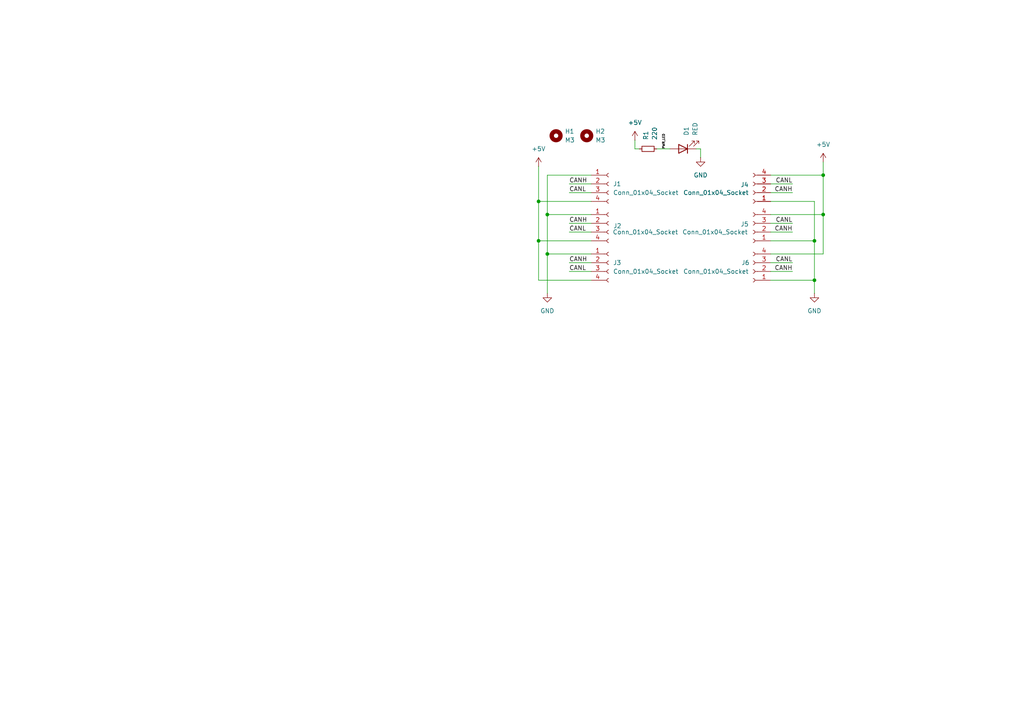
<source format=kicad_sch>
(kicad_sch (version 20250114) (generator "eeschema") (generator_version "9.0")
  (paper "A4")
  (lib_symbols
    (symbol "Connector:Conn_01x04_Socket" (pin_names (offset 1.016) (hide yes))
      (property "Reference" "J" (at 0 5.08 0))
      (property "Value" "Conn_01x04_Socket" (at 0 -7.62 0))
      (symbol "Conn_01x04_Socket_1_1"
        (polyline (pts (xy -1.27 2.54) (xy -0.508 2.54)) (stroke (width 0.1524)))
        (polyline (pts (xy -1.27 0) (xy -0.508 0)) (stroke (width 0.1524)))
        (polyline (pts (xy -1.27 -2.54) (xy -0.508 -2.54)) (stroke (width 0.1524)))
        (polyline (pts (xy -1.27 -5.08) (xy -0.508 -5.08)) (stroke (width 0.1524)))
        (arc (start 0 2.032) (mid -0.5058 2.54) (end 0 3.048) (stroke (width 0.1524)))
        (arc (start 0 -0.508) (mid -0.5058 0) (end 0 0.508) (stroke (width 0.1524)))
        (arc (start 0 -3.048) (mid -0.5058 -2.54) (end 0 -2.032) (stroke (width 0.1524)))
        (arc (start 0 -5.588) (mid -0.5058 -5.08) (end 0 -4.572) (stroke (width 0.1524)))
        (pin passive line (at -5.08 2.54 0) (length 3.81) (name "Pin_1") (number "1"))
        (pin passive line (at -5.08 0 0) (length 3.81) (name "Pin_2") (number "2"))
        (pin passive line (at -5.08 -2.54 0) (length 3.81) (name "Pin_3") (number "3"))
        (pin passive line (at -5.08 -5.08 0) (length 3.81) (name "Pin_4") (number "4"))
      )
    )
    (symbol "Device:LED" (pin_numbers (hide yes)) (pin_names (offset 1.016) (hide yes))
      (property "Reference" "D" (at 0 2.54 0))
      (property "Value" "LED" (at 0 -2.54 0))
      (symbol "LED_0_1"
        (polyline (pts (xy -3.048 -0.762) (xy -4.572 -2.286) (xy -3.81 -2.286) (xy -4.572 -2.286) (xy -4.572 -1.524)))
        (polyline (pts (xy -1.778 -0.762) (xy -3.302 -2.286) (xy -2.54 -2.286) (xy -3.302 -2.286) (xy -3.302 -1.524)))
        (polyline (pts (xy -1.27 0) (xy 1.27 0)))
        (polyline (pts (xy -1.27 -1.27) (xy -1.27 1.27)) (stroke (width 0.254)))
        (polyline (pts (xy 1.27 -1.27) (xy 1.27 1.27) (xy -1.27 0) (xy 1.27 -1.27)) (stroke (width 0.254)))
      )
      (symbol "LED_1_1"
        (pin passive line (at -3.81 0 0) (length 2.54) (name "K") (number "1"))
        (pin passive line (at 3.81 0 180) (length 2.54) (name "A") (number "2"))
      )
    )
    (symbol "Device:R_Small" (pin_numbers (hide yes)) (pin_names (offset 0.254) (hide yes))
      (property "Reference" "R" (at 0.762 0.508 0))
      (property "Value" "R_Small" (at 0.762 -1.016 0))
      (symbol "R_Small_0_1"
        (rectangle (start -0.762 1.778) (end 0.762 -1.778) (stroke (width 0.2032)))
      )
      (symbol "R_Small_1_1"
        (pin passive line (at 0 2.54 270) (length 0.762) (name "~") (number "1"))
        (pin passive line (at 0 -2.54 90) (length 0.762) (name "~") (number "2"))
      )
    )
    (symbol "Mechanical:MountingHole" (pin_names (offset 1.016))
      (property "Reference" "H" (at 0 5.08 0))
      (property "Value" "MountingHole" (at 0 3.175 0))
      (symbol "MountingHole_0_1"
        (circle (center 0 0) (radius 1.27) (stroke (width 1.27)))
      )
    )
    (symbol "power:+5V" (power) (pin_numbers (hide yes)) (pin_names (offset 0) (hide yes))
      (property "Value" "+5V" (at 0 3.556 0))
      (symbol "+5V_0_1"
        (polyline (pts (xy -0.762 1.27) (xy 0 2.54)))
        (polyline (pts (xy 0 2.54) (xy 0.762 1.27)))
        (polyline (pts (xy 0 0) (xy 0 2.54)))
      )
      (symbol "+5V_1_1"
        (pin power_in line (at 0 0 90) (length 0) (name "~") (number "1"))
      )
    )
    (symbol "power:GND" (power) (pin_numbers (hide yes)) (pin_names (offset 0) (hide yes))
      (property "Value" "GND" (at 0 -3.81 0))
      (symbol "GND_0_1"
        (polyline (pts (xy 0 0) (xy 0 -1.27) (xy 1.27 -1.27) (xy 0 -2.54) (xy -1.27 -1.27) (xy 0 -1.27)))
      )
      (symbol "GND_1_1"
        (pin power_in line (at 0 0 270) (length 0) (name "~") (number "1"))
      )
    )
  )
  (junction (at 158.75 62.23))
  (junction (at 238.76 50.8))
  (junction (at 238.76 62.23))
  (junction (at 156.21 58.42))
  (junction (at 236.22 69.85))
  (junction (at 236.22 81.28))
  (junction (at 156.21 69.85))
  (junction (at 158.75 73.66))
  (wire (pts (xy 223.52 73.66) (xy 238.76 73.66)))
  (wire (pts (xy 158.75 62.23) (xy 171.45 62.23)))
  (wire (pts (xy 236.22 69.85) (xy 236.22 81.28)))
  (wire (pts (xy 156.21 48.26) (xy 156.21 58.42)))
  (wire (pts (xy 223.52 50.8) (xy 238.76 50.8)))
  (wire (pts (xy 158.75 62.23) (xy 158.75 73.66)))
  (wire (pts (xy 158.75 50.8) (xy 158.75 62.23)))
  (wire (pts (xy 165.1 55.88) (xy 171.45 55.88)))
  (wire (pts (xy 229.87 67.31) (xy 223.52 67.31)))
  (wire (pts (xy 236.22 58.42) (xy 236.22 69.85)))
  (wire (pts (xy 238.76 46.99) (xy 238.76 50.8)))
  (wire (pts (xy 229.87 55.88) (xy 223.52 55.88)))
  (wire (pts (xy 156.21 69.85) (xy 156.21 58.42)))
  (wire (pts (xy 158.75 73.66) (xy 158.75 85.09)))
  (wire (pts (xy 238.76 50.8) (xy 238.76 62.23)))
  (wire (pts (xy 229.87 76.2) (xy 223.52 76.2)))
  (wire (pts (xy 184.15 43.18) (xy 185.42 43.18)))
  (wire (pts (xy 229.87 64.77) (xy 223.52 64.77)))
  (wire (pts (xy 229.87 78.74) (xy 223.52 78.74)))
  (wire (pts (xy 171.45 50.8) (xy 158.75 50.8)))
  (wire (pts (xy 184.15 40.64) (xy 184.15 43.18)))
  (wire (pts (xy 229.87 53.34) (xy 223.52 53.34)))
  (wire (pts (xy 165.1 53.34) (xy 171.45 53.34)))
  (wire (pts (xy 165.1 78.74) (xy 171.45 78.74)))
  (wire (pts (xy 203.2 43.18) (xy 203.2 45.72)))
  (wire (pts (xy 171.45 58.42) (xy 156.21 58.42)))
  (wire (pts (xy 156.21 81.28) (xy 156.21 69.85)))
  (wire (pts (xy 238.76 62.23) (xy 238.76 73.66)))
  (wire (pts (xy 165.1 76.2) (xy 171.45 76.2)))
  (wire (pts (xy 158.75 73.66) (xy 171.45 73.66)))
  (wire (pts (xy 190.5 43.18) (xy 194.31 43.18)))
  (wire (pts (xy 171.45 81.28) (xy 156.21 81.28)))
  (wire (pts (xy 223.52 62.23) (xy 238.76 62.23)))
  (wire (pts (xy 165.1 64.77) (xy 171.45 64.77)))
  (wire (pts (xy 236.22 81.28) (xy 236.22 85.09)))
  (wire (pts (xy 223.52 58.42) (xy 236.22 58.42)))
  (wire (pts (xy 171.45 69.85) (xy 156.21 69.85)))
  (wire (pts (xy 165.1 67.31) (xy 171.45 67.31)))
  (wire (pts (xy 223.52 81.28) (xy 236.22 81.28)))
  (wire (pts (xy 201.93 43.18) (xy 203.2 43.18)))
  (wire (pts (xy 223.52 69.85) (xy 236.22 69.85)))
  (label "CANL" (at 229.87 76.2 180))
  (label "CANL" (at 229.87 53.34 180))
  (label "CANH" (at 229.87 78.74 180))
  (label "CANH" (at 165.1 64.77 0))
  (label "CANH" (at 229.87 67.31 180))
  (label "CANL" (at 165.1 67.31 0))
  (label "CANL" (at 165.1 78.74 0))
  (label "PWR_LED" (at 193.04 43.18 90) (effects (font (size 0.65 0.65))))
  (label "CANL" (at 165.1 55.88 0))
  (label "CANH" (at 229.87 55.88 180))
  (label "CANH" (at 165.1 76.2 0))
  (label "CANH" (at 165.1 53.34 0))
  (label "CANL" (at 229.87 64.77 180))
  (symbol (lib_id "power:GND") (at 158.75 85.09 0) (unit 1)
    (property "Reference" "#PWR02" (effects (hide yes)))
    (property "Value" "GND" (at 158.75 90.17 0))
    (property "Description" "Power symbol creates a global label with name \"GND\" , ground" (effects (hide yes)))
  )
  (symbol (lib_id "power:+5V") (at 238.76 46.99 0) (unit 1)
    (property "Reference" "#PWR06" (effects (hide yes)))
    (property "Value" "+5V" (at 238.76 41.91 0))
    (property "Description" "Power symbol creates a global label with name \"+5V\"" (effects (hide yes)))
  )
  (symbol (lib_id "Mechanical:MountingHole") (at 170.18 39.37 0) (unit 1)
    (property "Reference" "H2" (at 172.72 38.1 0) (effects (justify left)))
    (property "Value" "M3" (at 172.72 40.64 0) (effects (justify left)))
    (property "Footprint" "MountingHole:MountingHole_3.2mm_M3" (effects (hide yes)))
  )
  (symbol (lib_id "Mechanical:MountingHole") (at 161.29 39.37 0) (unit 1)
    (property "Reference" "H1" (at 163.83 38.1 0) (effects (justify left)))
    (property "Value" "M3" (at 163.83 40.64 0) (effects (justify left)))
    (property "Footprint" "MountingHole:MountingHole_3.2mm_M3" (effects (hide yes)))
  )
  (symbol (lib_id "power:GND") (at 203.2 45.72 0) (unit 1)
    (property "Reference" "#PWR04" (effects (hide yes)))
    (property "Value" "GND" (at 203.2 50.8 0))
    (property "Description" "Power symbol creates a global label with name \"GND\" , ground" (effects (hide yes)))
  )
  (symbol (lib_id "power:+5V") (at 156.21 48.26 0) (unit 1)
    (property "Reference" "#PWR01" (effects (hide yes)))
    (property "Value" "+5V" (at 156.21 43.18 0))
    (property "Description" "Power symbol creates a global label with name \"+5V\"" (effects (hide yes)))
  )
  (symbol (lib_id "Device:R_Small") (at 187.96 43.18 90) (unit 1)
    (property "Reference" "R1" (at 187.325 40.64 0) (effects (justify left)))
    (property "Value" "220" (at 189.865 40.64 0) (effects (justify left)))
    (property "Footprint" "Capacitor_SMD:C_0603_1608Metric" (effects (hide yes)))
  )
  (symbol (lib_id "Connector:Conn_01x04_Socket") (at 176.53 76.2 0) (unit 1)
    (property "Reference" "J3" (at 177.8 76.1999 0) (effects (justify left)))
    (property "Value" "Conn_01x04_Socket" (at 177.8 78.7399 0) (effects (justify left)))
    (property "Footprint" "Connector_JST:JST_EH_S4B-EH_1x04_P2.50mm_Horizontal" (effects (hide yes)))
    (property "Description" "Generic connector, single row, 01x04, script generated" (effects (hide yes)))
  )
  (symbol (lib_id "Connector:Conn_01x04_Socket") (at 176.53 64.77 0) (unit 1)
    (property "Reference" "J2" (at 179.07 65.532 0))
    (property "Value" "Conn_01x04_Socket" (at 187.198 67.31 0))
    (property "Footprint" "Connector_JST:JST_EH_S4B-EH_1x04_P2.50mm_Horizontal" (effects (hide yes)))
    (property "Description" "Generic connector, single row, 01x04, script generated" (effects (hide yes)))
  )
  (symbol (lib_id "power:+5V") (at 184.15 40.64 0) (unit 1)
    (property "Reference" "#PWR03" (effects (hide yes)))
    (property "Value" "+5V" (at 184.15 35.56 0))
    (property "Description" "Power symbol creates a global label with name \"+5V\"" (effects (hide yes)))
  )
  (symbol (lib_id "Connector:Conn_01x04_Socket") (at 176.53 53.34 0) (unit 1)
    (property "Reference" "J1" (at 177.8 53.3399 0) (effects (justify left)))
    (property "Value" "Conn_01x04_Socket" (at 177.8 55.8799 0) (effects (justify left)))
    (property "Footprint" "Connector_JST:JST_EH_S4B-EH_1x04_P2.50mm_Horizontal" (effects (hide yes)))
    (property "Description" "Generic connector, single row, 01x04, script generated" (effects (hide yes)))
  )
  (symbol (lib_id "power:GND") (at 236.22 85.09 0) (unit 1)
    (property "Reference" "#PWR05" (effects (hide yes)))
    (property "Value" "GND" (at 236.22 90.17 0))
    (property "Description" "Power symbol creates a global label with name \"GND\" , ground" (effects (hide yes)))
  )
  (symbol (lib_id "Connector:Conn_01x04_Socket") (at 218.44 55.88 180) (unit 1)
    (property "Reference" "J4" (at 217.17 53.594 0) (effects (justify left)))
    (property "Value" "Conn_01x04_Socket" (at 217.17 55.88 0) (effects (justify left)))
    (property "Footprint" "Connector_JST:JST_EH_S4B-EH_1x04_P2.50mm_Horizontal" (effects (hide yes)))
    (property "Description" "Generic connector, single row, 01x04, script generated" (effects (hide yes)))
  )
  (symbol (lib_id "Connector:Conn_01x04_Socket") (at 218.44 78.74 180) (unit 1)
    (property "Reference" "J6" (at 217.424 76.2 0) (effects (justify left)))
    (property "Value" "Conn_01x04_Socket" (at 217.17 78.74 0) (effects (justify left)))
    (property "Footprint" "Connector_JST:JST_EH_S4B-EH_1x04_P2.50mm_Horizontal" (effects (hide yes)))
    (property "Description" "Generic connector, single row, 01x04, script generated" (effects (hide yes)))
  )
  (symbol (lib_id "Device:LED") (at 198.12 43.18 180) (unit 1)
    (property "Reference" "D1" (at 199.0725 39.37 90) (effects (justify right)))
    (property "Value" "RED" (at 201.6125 39.37 90) (effects (justify right)))
    (property "Footprint" "LED_SMD:LED_1206_3216Metric" (effects (hide yes)))
  )
  (symbol (lib_id "Connector:Conn_01x04_Socket") (at 218.44 67.31 180) (unit 1)
    (property "Reference" "J5" (at 217.17 65.024 0) (effects (justify left)))
    (property "Value" "Conn_01x04_Socket" (at 216.916 67.31 0) (effects (justify left)))
    (property "Footprint" "Connector_JST:JST_EH_S4B-EH_1x04_P2.50mm_Horizontal" (effects (hide yes)))
    (property "Description" "Generic connector, single row, 01x04, script generated" (effects (hide yes)))
  )
)
</source>
